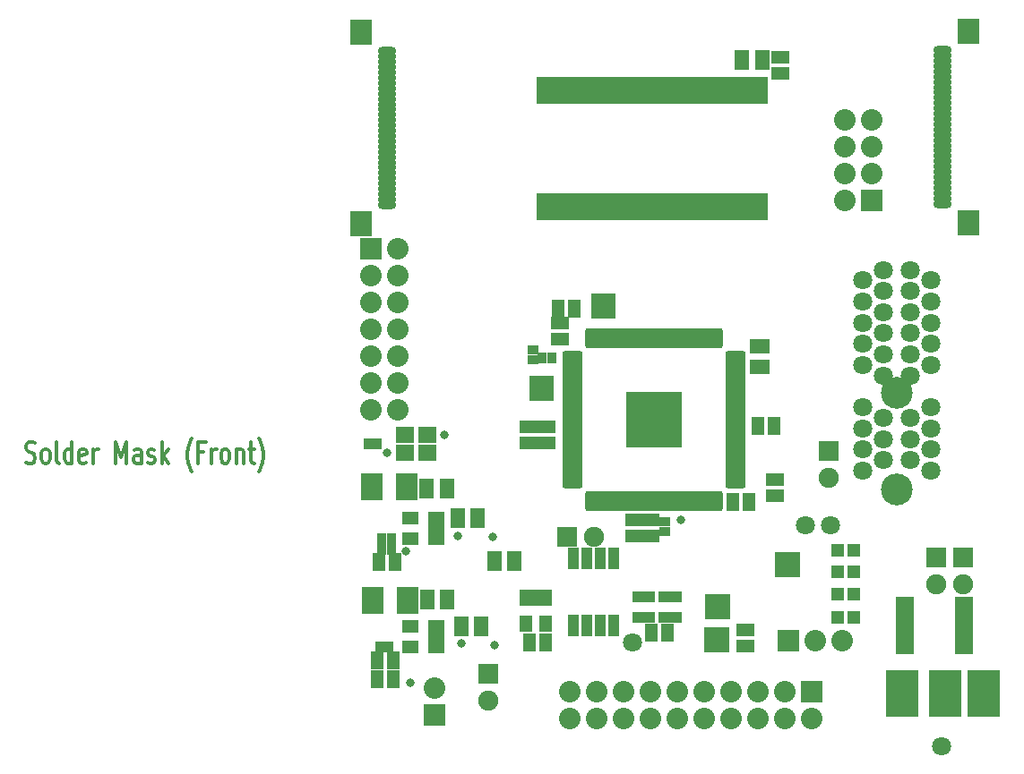
<source format=gts>
G04 (created by PCBNEW-RS274X (2012-01-19 BZR 3256)-stable) date Tue 09 Oct 2012 22:09:28 BST*
G01*
G70*
G90*
%MOIN*%
G04 Gerber Fmt 3.4, Leading zero omitted, Abs format*
%FSLAX34Y34*%
G04 APERTURE LIST*
%ADD10C,0.006000*%
%ADD11C,0.012000*%
%ADD12C,0.071200*%
%ADD13C,0.118400*%
%ADD14C,0.031600*%
%ADD15C,0.070900*%
%ADD16R,0.075000X0.075000*%
%ADD17C,0.075000*%
%ADD18R,0.051400X0.051400*%
%ADD19R,0.055000X0.075000*%
%ADD20R,0.075000X0.055000*%
%ADD21R,0.065000X0.045000*%
%ADD22R,0.045000X0.065000*%
%ADD23R,0.035700X0.043600*%
%ADD24R,0.043600X0.035700*%
%ADD25R,0.083000X0.094800*%
%ADD26O,0.069200X0.031800*%
%ADD27R,0.071200X0.063300*%
%ADD28R,0.040000X0.079100*%
%ADD29R,0.047600X0.059400*%
%ADD30R,0.059400X0.047600*%
%ADD31R,0.080000X0.080000*%
%ADD32C,0.080000*%
%ADD33R,0.118400X0.177500*%
%ADD34R,0.045600X0.031800*%
%ADD35R,0.031800X0.045600*%
%ADD36R,0.035700X0.039700*%
%ADD37R,0.043600X0.098700*%
%ADD38O,0.077100X0.027900*%
%ADD39O,0.027900X0.077100*%
%ADD40R,0.209000X0.209000*%
%ADD41R,0.080000X0.100000*%
%ADD42R,0.070000X0.035000*%
G04 APERTURE END LIST*
G54D10*
G54D11*
X07127Y-37038D02*
X07213Y-37076D01*
X07356Y-37076D01*
X07413Y-37038D01*
X07442Y-37000D01*
X07470Y-36923D01*
X07470Y-36847D01*
X07442Y-36771D01*
X07413Y-36733D01*
X07356Y-36695D01*
X07242Y-36657D01*
X07184Y-36619D01*
X07156Y-36581D01*
X07127Y-36504D01*
X07127Y-36428D01*
X07156Y-36352D01*
X07184Y-36314D01*
X07242Y-36276D01*
X07384Y-36276D01*
X07470Y-36314D01*
X07813Y-37076D02*
X07755Y-37038D01*
X07727Y-37000D01*
X07698Y-36923D01*
X07698Y-36695D01*
X07727Y-36619D01*
X07755Y-36581D01*
X07813Y-36542D01*
X07898Y-36542D01*
X07955Y-36581D01*
X07984Y-36619D01*
X08013Y-36695D01*
X08013Y-36923D01*
X07984Y-37000D01*
X07955Y-37038D01*
X07898Y-37076D01*
X07813Y-37076D01*
X08356Y-37076D02*
X08298Y-37038D01*
X08270Y-36962D01*
X08270Y-36276D01*
X08841Y-37076D02*
X08841Y-36276D01*
X08841Y-37038D02*
X08784Y-37076D01*
X08670Y-37076D01*
X08612Y-37038D01*
X08584Y-37000D01*
X08555Y-36923D01*
X08555Y-36695D01*
X08584Y-36619D01*
X08612Y-36581D01*
X08670Y-36542D01*
X08784Y-36542D01*
X08841Y-36581D01*
X09355Y-37038D02*
X09298Y-37076D01*
X09184Y-37076D01*
X09127Y-37038D01*
X09098Y-36962D01*
X09098Y-36657D01*
X09127Y-36581D01*
X09184Y-36542D01*
X09298Y-36542D01*
X09355Y-36581D01*
X09384Y-36657D01*
X09384Y-36733D01*
X09098Y-36809D01*
X09641Y-37076D02*
X09641Y-36542D01*
X09641Y-36695D02*
X09669Y-36619D01*
X09698Y-36581D01*
X09755Y-36542D01*
X09812Y-36542D01*
X10469Y-37076D02*
X10469Y-36276D01*
X10669Y-36847D01*
X10869Y-36276D01*
X10869Y-37076D01*
X11412Y-37076D02*
X11412Y-36657D01*
X11383Y-36581D01*
X11326Y-36542D01*
X11212Y-36542D01*
X11155Y-36581D01*
X11412Y-37038D02*
X11355Y-37076D01*
X11212Y-37076D01*
X11155Y-37038D01*
X11126Y-36962D01*
X11126Y-36885D01*
X11155Y-36809D01*
X11212Y-36771D01*
X11355Y-36771D01*
X11412Y-36733D01*
X11669Y-37038D02*
X11726Y-37076D01*
X11841Y-37076D01*
X11898Y-37038D01*
X11926Y-36962D01*
X11926Y-36923D01*
X11898Y-36847D01*
X11841Y-36809D01*
X11755Y-36809D01*
X11698Y-36771D01*
X11669Y-36695D01*
X11669Y-36657D01*
X11698Y-36581D01*
X11755Y-36542D01*
X11841Y-36542D01*
X11898Y-36581D01*
X12184Y-37076D02*
X12184Y-36276D01*
X12241Y-36771D02*
X12412Y-37076D01*
X12412Y-36542D02*
X12184Y-36847D01*
X13298Y-37381D02*
X13270Y-37342D01*
X13213Y-37228D01*
X13184Y-37152D01*
X13155Y-37038D01*
X13127Y-36847D01*
X13127Y-36695D01*
X13155Y-36504D01*
X13184Y-36390D01*
X13213Y-36314D01*
X13270Y-36200D01*
X13298Y-36162D01*
X13727Y-36657D02*
X13527Y-36657D01*
X13527Y-37076D02*
X13527Y-36276D01*
X13813Y-36276D01*
X14041Y-37076D02*
X14041Y-36542D01*
X14041Y-36695D02*
X14069Y-36619D01*
X14098Y-36581D01*
X14155Y-36542D01*
X14212Y-36542D01*
X14498Y-37076D02*
X14440Y-37038D01*
X14412Y-37000D01*
X14383Y-36923D01*
X14383Y-36695D01*
X14412Y-36619D01*
X14440Y-36581D01*
X14498Y-36542D01*
X14583Y-36542D01*
X14640Y-36581D01*
X14669Y-36619D01*
X14698Y-36695D01*
X14698Y-36923D01*
X14669Y-37000D01*
X14640Y-37038D01*
X14583Y-37076D01*
X14498Y-37076D01*
X14955Y-36542D02*
X14955Y-37076D01*
X14955Y-36619D02*
X14983Y-36581D01*
X15041Y-36542D01*
X15126Y-36542D01*
X15183Y-36581D01*
X15212Y-36657D01*
X15212Y-37076D01*
X15412Y-36542D02*
X15641Y-36542D01*
X15498Y-36276D02*
X15498Y-36962D01*
X15526Y-37038D01*
X15584Y-37076D01*
X15641Y-37076D01*
X15784Y-37381D02*
X15812Y-37342D01*
X15869Y-37228D01*
X15898Y-37152D01*
X15927Y-37038D01*
X15955Y-36847D01*
X15955Y-36695D01*
X15927Y-36504D01*
X15898Y-36390D01*
X15869Y-36314D01*
X15812Y-36200D01*
X15784Y-36162D01*
G54D12*
X40807Y-33416D03*
X40020Y-33022D03*
X40807Y-32628D03*
X40020Y-32235D03*
X40807Y-31841D03*
X40020Y-31447D03*
X40807Y-31054D03*
X40020Y-30660D03*
X40807Y-30266D03*
X40020Y-29872D03*
X40020Y-33810D03*
G54D13*
X39528Y-34459D03*
G54D12*
X40808Y-34991D03*
X40020Y-35385D03*
X40808Y-35778D03*
X40020Y-36172D03*
X40808Y-36566D03*
X40020Y-36959D03*
X40808Y-37353D03*
X39036Y-29873D03*
X38249Y-30266D03*
X39036Y-30660D03*
X38249Y-31054D03*
X39036Y-31447D03*
X38249Y-31841D03*
X39036Y-32235D03*
X38249Y-32629D03*
X39036Y-33022D03*
X38249Y-33416D03*
X39036Y-33810D03*
X38249Y-34991D03*
X39036Y-35385D03*
X38249Y-35778D03*
X39036Y-36172D03*
X38249Y-36566D03*
X39036Y-36959D03*
X38249Y-37353D03*
G54D13*
X39528Y-38062D03*
G54D14*
X22685Y-36035D03*
G54D15*
X29685Y-43750D03*
X36122Y-39390D03*
X37067Y-39380D03*
G54D16*
X40994Y-40573D03*
G54D17*
X40994Y-41573D03*
G54D18*
X37333Y-42825D03*
X37923Y-42825D03*
X37333Y-41969D03*
X37923Y-41969D03*
X37333Y-41132D03*
X37923Y-41132D03*
X37333Y-40335D03*
X37923Y-40335D03*
G54D14*
X31496Y-39173D03*
X20571Y-36683D03*
G54D19*
X33763Y-22051D03*
X34513Y-22051D03*
G54D20*
X34419Y-33475D03*
X34419Y-32725D03*
G54D19*
X25296Y-40709D03*
X24546Y-40709D03*
X23326Y-43159D03*
X24076Y-43159D03*
X22796Y-42146D03*
X22046Y-42146D03*
X23184Y-39130D03*
X23934Y-39130D03*
X22788Y-38024D03*
X22038Y-38024D03*
G54D21*
X26988Y-32456D03*
X26988Y-31856D03*
X29774Y-39198D03*
X29774Y-39798D03*
G54D22*
X33430Y-38533D03*
X34030Y-38533D03*
G54D21*
X26506Y-36324D03*
X26506Y-35724D03*
G54D22*
X34956Y-35699D03*
X34356Y-35699D03*
G54D21*
X33902Y-43275D03*
X33902Y-43875D03*
X35000Y-37682D03*
X35000Y-38282D03*
X35189Y-21940D03*
X35189Y-22540D03*
X25827Y-36324D03*
X25827Y-35724D03*
G54D22*
X27534Y-31309D03*
X26934Y-31309D03*
X30379Y-43386D03*
X30979Y-43386D03*
X20255Y-40759D03*
X20855Y-40759D03*
X20182Y-44409D03*
X20782Y-44409D03*
G54D23*
X26693Y-33169D03*
X26339Y-33169D03*
X20724Y-39892D03*
X20370Y-39892D03*
X20366Y-40274D03*
X20720Y-40274D03*
X20640Y-43907D03*
X20286Y-43907D03*
X19847Y-36366D03*
X20201Y-36366D03*
G54D24*
X30896Y-39262D03*
X30896Y-39616D03*
X25980Y-32854D03*
X25980Y-33208D03*
G54D25*
X19590Y-21028D03*
X19590Y-28154D03*
G54D26*
X20554Y-27446D03*
X20554Y-27250D03*
X20554Y-27053D03*
X20554Y-26856D03*
X20554Y-26659D03*
X20554Y-26462D03*
X20554Y-26265D03*
X20554Y-26068D03*
X20554Y-25872D03*
X20554Y-25675D03*
X20554Y-25478D03*
X20554Y-25281D03*
X20554Y-25084D03*
X20554Y-24887D03*
X20555Y-24689D03*
X20554Y-24494D03*
X20554Y-24297D03*
X20554Y-24100D03*
X20554Y-23706D03*
X20554Y-23312D03*
X20554Y-22919D03*
X20554Y-23116D03*
X20554Y-23509D03*
X20554Y-23903D03*
X20554Y-22722D03*
X20554Y-22525D03*
X20554Y-22328D03*
X20554Y-22131D03*
X20554Y-21935D03*
X20554Y-21736D03*
G54D25*
X42186Y-28114D03*
X42186Y-20988D03*
G54D26*
X41222Y-21696D03*
X41222Y-21892D03*
X41222Y-22089D03*
X41222Y-22286D03*
X41222Y-22483D03*
X41222Y-22680D03*
X41222Y-22877D03*
X41222Y-23074D03*
X41222Y-23270D03*
X41222Y-23467D03*
X41222Y-23664D03*
X41222Y-23861D03*
X41222Y-24058D03*
X41222Y-24255D03*
X41221Y-24453D03*
X41222Y-24648D03*
X41222Y-24845D03*
X41222Y-25042D03*
X41222Y-25436D03*
X41222Y-25830D03*
X41222Y-26223D03*
X41222Y-26026D03*
X41222Y-25633D03*
X41222Y-25239D03*
X41222Y-26420D03*
X41222Y-26617D03*
X41222Y-26814D03*
X41222Y-27011D03*
X41222Y-27207D03*
X41222Y-27406D03*
G54D27*
X21221Y-36683D03*
X22047Y-36683D03*
X22047Y-36033D03*
X21221Y-36033D03*
G54D28*
X28978Y-43110D03*
X28478Y-43110D03*
X27978Y-43110D03*
X27478Y-43110D03*
X27478Y-40610D03*
X27978Y-40610D03*
X28478Y-40610D03*
X28978Y-40610D03*
G54D21*
X30354Y-39198D03*
X30354Y-39798D03*
G54D14*
X23327Y-43789D03*
X24547Y-43848D03*
X21427Y-45266D03*
X23189Y-39793D03*
X24478Y-39823D03*
X21270Y-40344D03*
G54D29*
X26094Y-42098D03*
X26468Y-42098D03*
X25720Y-42098D03*
X25720Y-43043D03*
X26468Y-43043D03*
G54D30*
X22386Y-43533D03*
X22386Y-43907D03*
X22386Y-43159D03*
X21441Y-43159D03*
X21441Y-43907D03*
X22386Y-39499D03*
X22386Y-39873D03*
X22386Y-39125D03*
X21441Y-39125D03*
X21441Y-39873D03*
G54D22*
X20182Y-45108D03*
X20782Y-45108D03*
G54D31*
X36346Y-45577D03*
G54D32*
X36346Y-46577D03*
X35346Y-45577D03*
X35346Y-46577D03*
X34346Y-45577D03*
X34346Y-46577D03*
X33346Y-45577D03*
X33346Y-46577D03*
X32346Y-45577D03*
X32346Y-46577D03*
X31346Y-45577D03*
X31346Y-46577D03*
X30346Y-45577D03*
X30346Y-46577D03*
X29346Y-45577D03*
X29346Y-46577D03*
X28346Y-45577D03*
X28346Y-46577D03*
X27346Y-45577D03*
X27346Y-46577D03*
G54D31*
X22343Y-46445D03*
G54D32*
X22343Y-45445D03*
G54D33*
X39720Y-45642D03*
X41334Y-45642D03*
X42751Y-45642D03*
G54D12*
X41196Y-47611D03*
G54D34*
X32630Y-42126D03*
X32630Y-42323D03*
X32630Y-42520D03*
X32630Y-42717D03*
X33083Y-42717D03*
X33083Y-42520D03*
X33083Y-42323D03*
X33083Y-42126D03*
G54D35*
X33120Y-43424D03*
X32923Y-43424D03*
X32726Y-43424D03*
X32529Y-43424D03*
X32529Y-43877D03*
X32726Y-43877D03*
X32923Y-43877D03*
X33120Y-43877D03*
X28907Y-31002D03*
X28710Y-31002D03*
X28513Y-31002D03*
X28316Y-31002D03*
X28316Y-31455D03*
X28513Y-31455D03*
X28710Y-31455D03*
X28907Y-31455D03*
G54D34*
X26543Y-34590D03*
X26543Y-34393D03*
X26543Y-34196D03*
X26543Y-33999D03*
X26090Y-33999D03*
X26090Y-34196D03*
X26090Y-34393D03*
X26090Y-34590D03*
G54D36*
X31094Y-42815D03*
X30838Y-42815D03*
X31350Y-42815D03*
X31350Y-42067D03*
X31094Y-42067D03*
X30838Y-42067D03*
X30118Y-42815D03*
X29862Y-42815D03*
X30374Y-42815D03*
X30374Y-42067D03*
X30118Y-42067D03*
X29862Y-42067D03*
G54D37*
X34517Y-23199D03*
X34202Y-23199D03*
X33887Y-23199D03*
X33572Y-23199D03*
X33257Y-23199D03*
X32942Y-23199D03*
X32627Y-23199D03*
X32312Y-23199D03*
X31997Y-23199D03*
X31682Y-23199D03*
X31367Y-23199D03*
X31052Y-23199D03*
X30737Y-23199D03*
X30423Y-23199D03*
X30108Y-23199D03*
X29793Y-23199D03*
X29478Y-23199D03*
X29163Y-23199D03*
X28848Y-23199D03*
X28533Y-23199D03*
X28218Y-23199D03*
X27903Y-23199D03*
X27588Y-23199D03*
X27273Y-23199D03*
X26958Y-23199D03*
X26643Y-23199D03*
X26328Y-23199D03*
X26328Y-27530D03*
X26643Y-27530D03*
X26958Y-27530D03*
X27273Y-27530D03*
X27588Y-27530D03*
X27903Y-27530D03*
X28218Y-27530D03*
X28533Y-27530D03*
X28848Y-27530D03*
X29163Y-27530D03*
X29478Y-27530D03*
X29793Y-27530D03*
X30108Y-27530D03*
X30423Y-27530D03*
X30737Y-27530D03*
X31052Y-27530D03*
X31367Y-27530D03*
X31682Y-27530D03*
X31997Y-27530D03*
X32312Y-27530D03*
X32627Y-27530D03*
X32942Y-27530D03*
X33257Y-27530D03*
X33572Y-27530D03*
X33887Y-27530D03*
X34202Y-27530D03*
X34517Y-27530D03*
G54D38*
X27459Y-33010D03*
X27459Y-33168D03*
X27459Y-33325D03*
X27459Y-33482D03*
X27459Y-33640D03*
X27459Y-33797D03*
X27459Y-33955D03*
X27459Y-34112D03*
X27459Y-34270D03*
X27459Y-34427D03*
X27459Y-34585D03*
X27459Y-34742D03*
X27459Y-34900D03*
X27459Y-35057D03*
X27459Y-35215D03*
X27459Y-35372D03*
X27459Y-35530D03*
X27459Y-35687D03*
X27459Y-35845D03*
X27459Y-36002D03*
X27459Y-36160D03*
X27459Y-36317D03*
X27459Y-36475D03*
X27459Y-36632D03*
X27459Y-36790D03*
X27459Y-36947D03*
X27459Y-37105D03*
X27459Y-37262D03*
X27459Y-37420D03*
X27459Y-37577D03*
X27459Y-37734D03*
X27459Y-37892D03*
G54D39*
X28049Y-38482D03*
X28207Y-38482D03*
X28364Y-38482D03*
X28521Y-38482D03*
X28679Y-38482D03*
X28836Y-38482D03*
X28994Y-38482D03*
X29151Y-38482D03*
X29309Y-38482D03*
X29466Y-38482D03*
X29624Y-38482D03*
X29781Y-38482D03*
X29939Y-38482D03*
X30096Y-38482D03*
X30254Y-38482D03*
X30411Y-38482D03*
X30569Y-38482D03*
X30726Y-38482D03*
X30884Y-38482D03*
X31041Y-38482D03*
X31199Y-38482D03*
X31356Y-38482D03*
X31514Y-38482D03*
X31671Y-38482D03*
X31829Y-38482D03*
X31986Y-38482D03*
X32144Y-38482D03*
X32301Y-38482D03*
X32459Y-38482D03*
X32616Y-38482D03*
X32773Y-38482D03*
X32931Y-38482D03*
G54D38*
X33521Y-37892D03*
X33521Y-37734D03*
X33521Y-37577D03*
X33521Y-37420D03*
X33521Y-37262D03*
X33521Y-37105D03*
X33521Y-36947D03*
X33521Y-36790D03*
X33521Y-36632D03*
X33521Y-36475D03*
X33521Y-36317D03*
X33521Y-36160D03*
X33521Y-36002D03*
X33521Y-35845D03*
X33521Y-35687D03*
X33521Y-35530D03*
X33521Y-35372D03*
X33521Y-35215D03*
X33521Y-35057D03*
X33521Y-34900D03*
X33521Y-34742D03*
X33521Y-34585D03*
X33521Y-34427D03*
X33521Y-34270D03*
X33521Y-34112D03*
X33521Y-33955D03*
X33521Y-33797D03*
X33521Y-33640D03*
X33521Y-33482D03*
X33521Y-33325D03*
X33521Y-33168D03*
X33521Y-33010D03*
G54D39*
X32931Y-32420D03*
X32773Y-32420D03*
X32616Y-32420D03*
X32459Y-32420D03*
X32301Y-32420D03*
X32144Y-32420D03*
X31986Y-32420D03*
X31829Y-32420D03*
X31671Y-32420D03*
X31514Y-32420D03*
X31356Y-32420D03*
X31199Y-32420D03*
X31041Y-32420D03*
X30884Y-32420D03*
X30726Y-32420D03*
X30569Y-32420D03*
X30411Y-32420D03*
X30254Y-32420D03*
X30096Y-32420D03*
X29939Y-32420D03*
X29781Y-32420D03*
X29624Y-32420D03*
X29466Y-32420D03*
X29309Y-32420D03*
X29151Y-32420D03*
X28994Y-32420D03*
X28836Y-32420D03*
X28679Y-32420D03*
X28521Y-32420D03*
X28364Y-32420D03*
X28207Y-32420D03*
X28049Y-32420D03*
G54D40*
X30490Y-35451D03*
G54D34*
X35235Y-40561D03*
X35235Y-40758D03*
X35235Y-40955D03*
X35235Y-41152D03*
X35688Y-41152D03*
X35688Y-40955D03*
X35688Y-40758D03*
X35688Y-40561D03*
G54D16*
X37008Y-36616D03*
G54D17*
X37008Y-37616D03*
G54D16*
X41988Y-40573D03*
G54D17*
X41988Y-41573D03*
G54D22*
X26461Y-43760D03*
X25861Y-43760D03*
G54D41*
X20000Y-37953D03*
X21300Y-37953D03*
X20039Y-42175D03*
X21339Y-42175D03*
G54D31*
X19976Y-29083D03*
G54D32*
X20976Y-29083D03*
X19976Y-30083D03*
X20976Y-30083D03*
X19976Y-31083D03*
X20976Y-31083D03*
X19976Y-32083D03*
X20976Y-32083D03*
X19976Y-33083D03*
X20976Y-33083D03*
X19976Y-34083D03*
X20976Y-34083D03*
X19976Y-35083D03*
X20976Y-35083D03*
G54D42*
X42031Y-44006D03*
X42031Y-43750D03*
X42031Y-43494D03*
X42031Y-43238D03*
X42031Y-42982D03*
X42031Y-42726D03*
X42031Y-42470D03*
X42031Y-42214D03*
X39827Y-42214D03*
X39827Y-42470D03*
X39827Y-42726D03*
X39827Y-42982D03*
X39827Y-43238D03*
X39827Y-43494D03*
X39827Y-43750D03*
X39827Y-44006D03*
G54D31*
X38594Y-27280D03*
G54D32*
X37594Y-27280D03*
X38594Y-26280D03*
X37594Y-26280D03*
X38594Y-25280D03*
X37594Y-25280D03*
X38594Y-24280D03*
X37594Y-24280D03*
G54D31*
X35486Y-43681D03*
G54D32*
X36486Y-43681D03*
X37486Y-43681D03*
G54D16*
X24311Y-44923D03*
G54D17*
X24311Y-45923D03*
G54D16*
X27266Y-39823D03*
G54D17*
X28266Y-39823D03*
M02*

</source>
